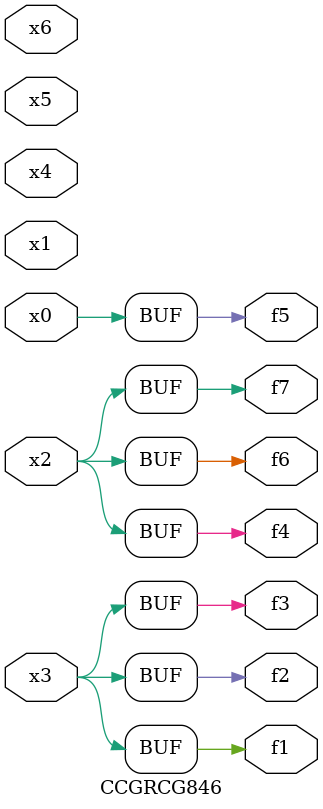
<source format=v>
module CCGRCG846(
	input x0, x1, x2, x3, x4, x5, x6,
	output f1, f2, f3, f4, f5, f6, f7
);
	assign f1 = x3;
	assign f2 = x3;
	assign f3 = x3;
	assign f4 = x2;
	assign f5 = x0;
	assign f6 = x2;
	assign f7 = x2;
endmodule

</source>
